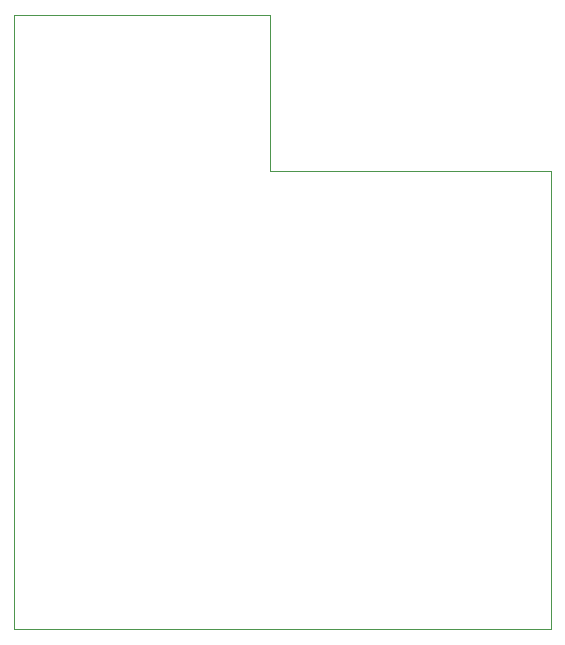
<source format=gm1>
%TF.GenerationSoftware,KiCad,Pcbnew,8.0.3*%
%TF.CreationDate,2024-08-10T21:36:20-07:00*%
%TF.ProjectId,v2,76322e6b-6963-4616-945f-706362585858,rev?*%
%TF.SameCoordinates,Original*%
%TF.FileFunction,Profile,NP*%
%FSLAX46Y46*%
G04 Gerber Fmt 4.6, Leading zero omitted, Abs format (unit mm)*
G04 Created by KiCad (PCBNEW 8.0.3) date 2024-08-10 21:36:20*
%MOMM*%
%LPD*%
G01*
G04 APERTURE LIST*
%TA.AperFunction,Profile*%
%ADD10C,0.050000*%
%TD*%
G04 APERTURE END LIST*
D10*
X125500000Y-71600000D02*
X149300000Y-71600000D01*
X103800000Y-110400000D02*
X103800000Y-58400000D01*
X103800000Y-58400000D02*
X125500000Y-58400000D01*
X149300000Y-110400000D02*
X103800000Y-110400000D01*
X149300000Y-110400000D02*
X149300000Y-71600000D01*
X125500000Y-71600000D02*
X125500000Y-58400000D01*
M02*

</source>
